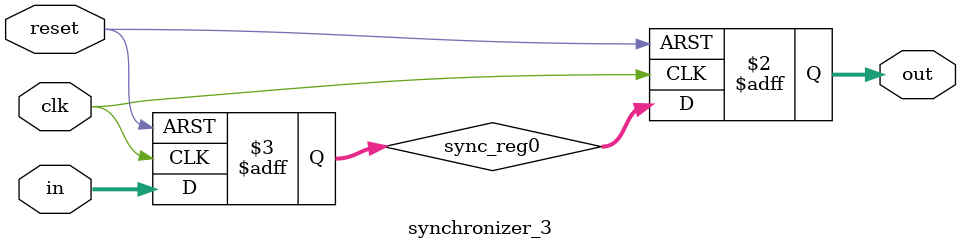
<source format=v>
module synchronizer_3 (
   out,
   in, clk, reset
   );
   parameter DW = 32;
   input  [DW-1:0] in;   
   input           clk;
   input 	   reset;
   output [DW-1:0] out;
   reg [DW-1:0] sync_reg0;
   reg [DW-1:0] out;
   always @ (posedge clk or posedge reset)
     if(reset)
       begin
	  sync_reg0[DW-1:0] <= {(DW){1'b0}};
	  out[DW-1:0]       <= {(DW){1'b0}};
	 end
     else
       begin
	  sync_reg0[DW-1:0] <= in[DW-1:0];
	  out[DW-1:0]       <= sync_reg0[DW-1:0];
       end
endmodule
</source>
